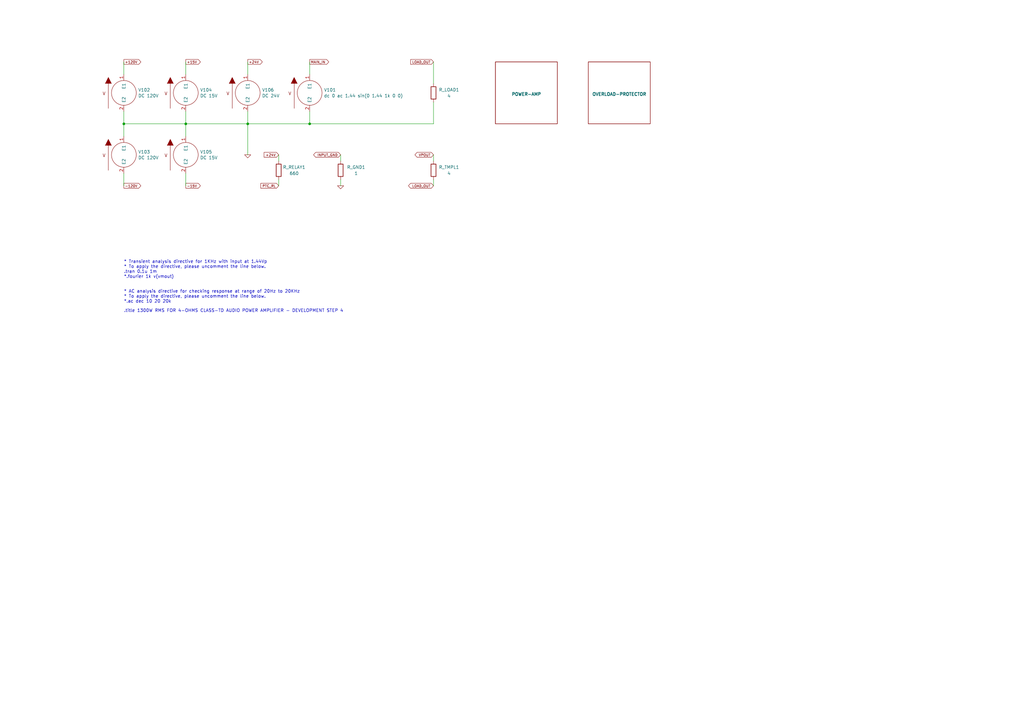
<source format=kicad_sch>
(kicad_sch (version 20211123) (generator eeschema)
  (paper "A3")
  (title_block (title "1300 WATTS RMS CLASS-TD\\nAUDIO POWER AMPLIFIER\\nFOR 4-OHMS LOUDSPEAKER") (date "2022-09-14") (company "BSD POWER AMP"))
  (lib_symbols
    (symbol "Device:R" (pin_numbers hide) (pin_names (offset 0))
      (property "Reference" "R" (at 2.032 0 90))
      (property "Value" "R" (at 0 0 90))
      (symbol "R_0_1"
        (rectangle (start -1.016 -2.54) (end 1.016 2.54) (stroke (width 0.254)))
      )
      (symbol "R_1_1"
        (pin passive line (at 0 3.81 270) (length 1.27) (name "~") (number "1"))
        (pin passive line (at 0 -3.81 90) (length 1.27) (name "~") (number "2"))
      )
    )
    (symbol "pspice:0" (power) (pin_names (offset 0))
      (property "Value" "0" (at 0 -1.778 0))
      (symbol "0_0_1"
        (polyline (pts (xy -1.27 0) (xy 0 -1.27) (xy 1.27 0) (xy -1.27 0)))
      )
      (symbol "0_1_1"
        (pin power_in line (at 0 0 0) (length 0) hide (name "0") (number "1"))
      )
    )
    (symbol "pspice:VSOURCE" (pin_names (offset 1.016))
      (property "Reference" "V" (at -6.35 7.62 0))
      (property "Value" "VSOURCE" (at 0 0 0))
      (symbol "VSOURCE_0_1"
        (polyline (pts (xy -6.35 -6.35) (xy -6.35 3.81)) (fill (type outline)))
        (polyline (pts (xy -7.62 3.81) (xy -6.35 6.35) (xy -5.08 3.81)) (fill (type outline)))
        (circle (center 0 0) (radius 5.08))
        (text "V" (at -8.128 -0.254 0) (effects (font (size 1.27 1.27))))
      )
      (symbol "VSOURCE_1_1"
        (pin input line (at 0 7.62 270) (length 2.54) (name "E1") (number "1"))
        (pin input line (at 0 -7.62 90) (length 2.54) (name "E2") (number "2"))
      )
    )
  )
  (junction (at 50.8 50.8))
  (junction (at 101.6 50.8))
  (junction (at 127 50.8))
  (junction (at 76.2 50.8))
  (wire (pts (xy 139.7 63.5) (xy 139.7 66.04)))
  (wire (pts (xy 177.8 73.66) (xy 177.8 76.2)))
  (wire (pts (xy 101.6 50.8) (xy 101.6 63.5)))
  (wire (pts (xy 127 45.72) (xy 127 50.8)))
  (wire (pts (xy 50.8 45.72) (xy 50.8 50.8)))
  (wire (pts (xy 76.2 50.8) (xy 101.6 50.8)))
  (wire (pts (xy 177.8 41.91) (xy 177.8 50.8)))
  (wire (pts (xy 114.3 63.5) (xy 114.3 66.04)))
  (wire (pts (xy 177.8 25.4) (xy 177.8 34.29)))
  (wire (pts (xy 50.8 76.2) (xy 50.8 71.12)))
  (wire (pts (xy 114.3 73.66) (xy 114.3 76.2)))
  (wire (pts (xy 101.6 25.4) (xy 101.6 30.48)))
  (wire (pts (xy 50.8 25.4) (xy 50.8 30.48)))
  (wire (pts (xy 76.2 50.8) (xy 50.8 50.8)))
  (wire (pts (xy 139.7 73.66) (xy 139.7 76.2)))
  (wire (pts (xy 177.8 63.5) (xy 177.8 66.04)))
  (wire (pts (xy 76.2 25.4) (xy 76.2 30.48)))
  (wire (pts (xy 101.6 45.72) (xy 101.6 50.8)))
  (wire (pts (xy 127 25.4) (xy 127 30.48)))
  (wire (pts (xy 50.8 50.8) (xy 50.8 55.88)))
  (wire (pts (xy 127 50.8) (xy 177.8 50.8)))
  (wire (pts (xy 101.6 50.8) (xy 127 50.8)))
  (wire (pts (xy 76.2 76.2) (xy 76.2 71.12)))
  (wire (pts (xy 76.2 45.72) (xy 76.2 50.8)))
  (wire (pts (xy 76.2 55.88) (xy 76.2 50.8)))
  (text "* Transient analysis directive for 1KHz with input at 1.44Vp\n* To apply the directive, please uncomment the line below.\n.tran 0.1u 1m\n*.fourier 1k v(vmout)" (at 50.8 114.3 0) (effects (font (size 1.27 1.27)) (justify left bottom)))
  (text ".title 1300W RMS FOR 4-OHMS CLASS-TD AUDIO POWER AMPLIFIER - DEVELOPMENT STEP 4" (at 50.8 128.27 0) (effects (font (size 1.27 1.27)) (justify left bottom)))
  (text "* AC analysis directive for checking response at range of 20Hz to 20KHz\n* To apply the directive, please uncomment the line below.\n*.ac dec 10 20 20k" (at 50.8 124.46 0) (effects (font (size 1.27 1.27)) (justify left bottom)))
  (global_label "-120V" (shape output) (at 50.8 76.2 0) (effects (font (size 1.016 1.016))) (property "Intersheet References" "${INTERSHEET_REFS}" (effects hide)))
  (global_label "+24V" (shape input) (at 114.3 63.5 180) (effects (font (size 1.016 1.016))) (property "Intersheet References" "${INTERSHEET_REFS}" (effects hide)))
  (global_label "+24V" (shape output) (at 101.6 25.4 0) (effects (font (size 1.016 1.016))) (property "Intersheet References" "${INTERSHEET_REFS}" (effects hide)))
  (global_label "LOAD_OUT" (shape bidirectional) (at 177.8 76.2 180) (effects (font (size 1.016 1.016))) (property "Intersheet References" "${INTERSHEET_REFS}" (effects hide)))
  (global_label "+15V" (shape output) (at 76.2 25.4 0) (effects (font (size 1.016 1.016))) (property "Intersheet References" "${INTERSHEET_REFS}" (effects hide)))
  (global_label "+120V" (shape output) (at 50.8 25.4 0) (effects (font (size 1.016 1.016))) (property "Intersheet References" "${INTERSHEET_REFS}" (effects hide)))
  (global_label "LOAD_OUT" (shape input) (at 177.8 25.4 180) (effects (font (size 1.016 1.016))) (property "Intersheet References" "${INTERSHEET_REFS}" (effects hide)))
  (global_label "MAIN_IN" (shape output) (at 127 25.4 0) (effects (font (size 1.016 1.016))) (property "Intersheet References" "${INTERSHEET_REFS}" (effects hide)))
  (global_label "-15V" (shape output) (at 76.2 76.2 0) (effects (font (size 1.016 1.016))) (property "Intersheet References" "${INTERSHEET_REFS}" (effects hide)))
  (global_label "INPUT_GND" (shape bidirectional) (at 139.7 63.5 180) (effects (font (size 1.016 1.016))) (property "Intersheet References" "${INTERSHEET_REFS}" (effects hide)))
  (global_label "VPOUT" (shape bidirectional) (at 177.8 63.5 180) (effects (font (size 1.016 1.016))) (property "Intersheet References" "${INTERSHEET_REFS}" (effects hide)))
  (global_label "PTC_RL" (shape input) (at 114.3 76.2 180) (effects (font (size 1.016 1.016))) (property "Intersheet References" "${INTERSHEET_REFS}" (effects hide)))
  (symbol (lib_id "pspice:0") (at 101.6 63.5 0) (unit 1)
    (property "Reference" "#GND0105" (effects hide))
    (property "Value" "0" (effects hide))
  )
  (symbol (lib_id "Device:R") (at 177.8 69.85 0) (unit 1)
    (property "Reference" "R_TMPL1" (at 184.15 68.58 0))
    (property "Value" "4" (at 184.15 71.12 0))
  )
  (symbol (lib_id "pspice:VSOURCE") (at 76.2 38.1 0) (unit 1)
    (property "Reference" "V104" (at 82.042 36.9062 0) (effects (justify left)))
    (property "Value" "DC 15V" (at 82.042 39.2684 0) (effects (justify left)))
  )
  (symbol (lib_id "pspice:VSOURCE") (at 76.2 63.5 0) (unit 1)
    (property "Reference" "V105" (at 82.042 62.3062 0) (effects (justify left)))
    (property "Value" "DC 15V" (at 82.042 64.6684 0) (effects (justify left)))
  )
  (symbol (lib_id "Device:R") (at 177.8 38.1 0) (unit 1)
    (property "Reference" "R_LOAD1" (at 184.15 36.83 0))
    (property "Value" "4" (at 184.15 39.37 0))
  )
  (symbol (lib_id "pspice:VSOURCE") (at 101.6 38.1 0) (unit 1)
    (property "Reference" "V106" (at 107.442 36.9062 0) (effects (justify left)))
    (property "Value" "DC 24V" (at 107.442 39.2684 0) (effects (justify left)))
  )
  (symbol (lib_id "pspice:VSOURCE") (at 50.8 63.5 0) (unit 1)
    (property "Reference" "V103" (at 56.642 62.3062 0) (effects (justify left)))
    (property "Value" "DC 120V" (at 56.642 64.6684 0) (effects (justify left)))
  )
  (symbol (lib_id "pspice:VSOURCE") (at 127 38.1 0) (unit 1)
    (property "Reference" "V101" (at 132.842 36.9062 0) (effects (justify left)))
    (property "Value" "dc 0 ac 1.44 sin(0 1.44 1k 0 0)" (at 132.842 39.2684 0) (effects (justify left)))
  )
  (symbol (lib_id "Device:R") (at 139.7 69.85 0) (unit 1)
    (property "Reference" "R_GND1" (at 146.05 68.58 0))
    (property "Value" "1" (at 146.05 71.12 0))
  )
  (symbol (lib_id "pspice:0") (at 139.7 76.2 0) (unit 1)
    (property "Reference" "#GND0116" (effects hide))
    (property "Value" "0" (effects hide))
  )
  (symbol (lib_id "pspice:VSOURCE") (at 50.8 38.1 0) (unit 1)
    (property "Reference" "V102" (at 56.642 36.9062 0) (effects (justify left)))
    (property "Value" "DC 120V" (at 56.642 39.2684 0) (effects (justify left)))
  )
  (symbol (lib_id "Device:R") (at 114.3 69.85 0) (unit 1)
    (property "Reference" "R_RELAY1" (at 120.65 68.58 0))
    (property "Value" "660" (at 120.65 71.12 0))
  )
  (sheet (at 203.2 25.4) (size 25.4 25.4) (stroke (width 0.1524))
    (property "Sheet name" "POWER-AMP" (at 215.9 39.37 0) (effects (font bold) (justify bottom)))
    (property "Sheet file" "POWER-AMP-BLOCK.kicad_sch" (effects hide))
  )
  (sheet (at 241.3 25.4) (size 25.4 25.4) (stroke (width 0.1524))
    (property "Sheet name" "OVERLOAD-PROTECTOR" (at 254 39.37 0) (effects (font bold) (justify bottom)))
    (property "Sheet file" "OVERLOAD_PROTECTOR.kicad_sch" (effects hide))
  )
)
</source>
